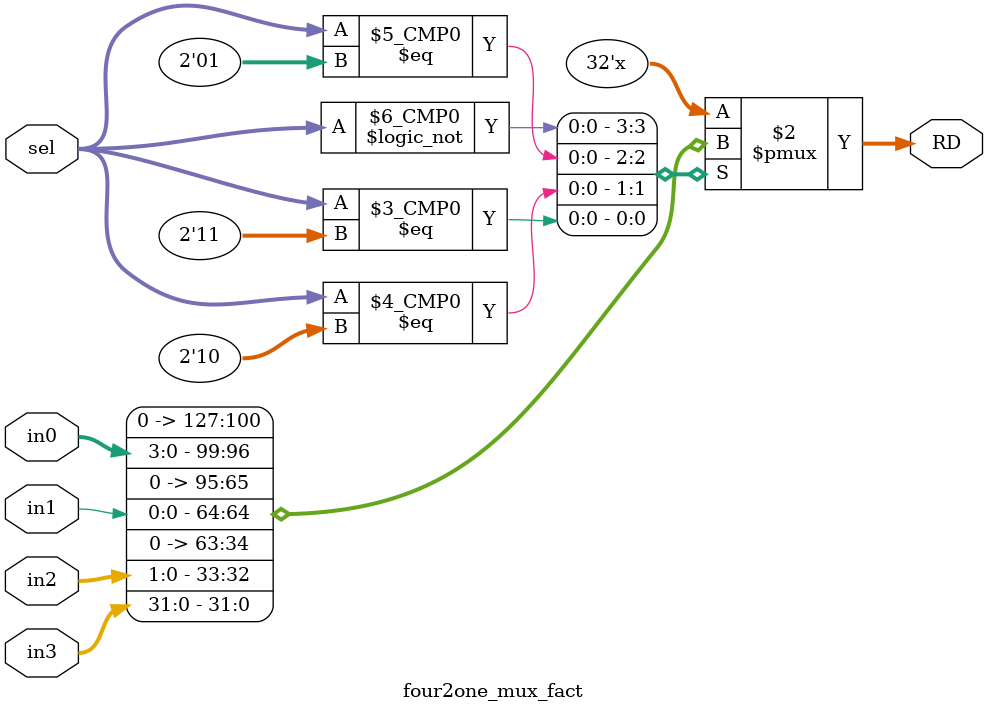
<source format=v>
`timescale 1ns / 1ps

module four2one_mux_fact #(parameter w = 32)(
    input wire [1:0] sel,
    input wire [w-1:0] in0,in1,in2,in3,
    output reg [w-1:0] RD
    );
    always@(*) begin
    case(sel)
    2'b00: RD = {{28'b0},in0[3:0]}; // n[3:0]
    2'b01: RD = {{31'b0},in1[0]}; // go
    2'b10: RD = {{30'b0},in2[1:0]}; // ResDone, ResErr
    2'b11: RD = in3;//Result
    default: RD = {32'bx};
    endcase
    end
endmodule

</source>
